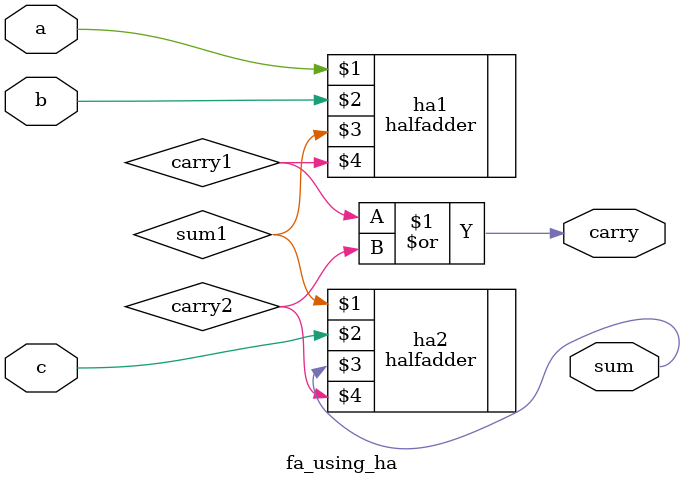
<source format=v>
module fa_using_ha(a,b,c,sum,carry);

input a,b,c;
output sum, carry;
wire sum1,carry1,sum2,carry2;

halfadder ha1(a,b,sum1,carry1);

halfadder ha2(sum1,c,sum,carry2);

or(carry,carry1,carry2);




endmodule
</source>
